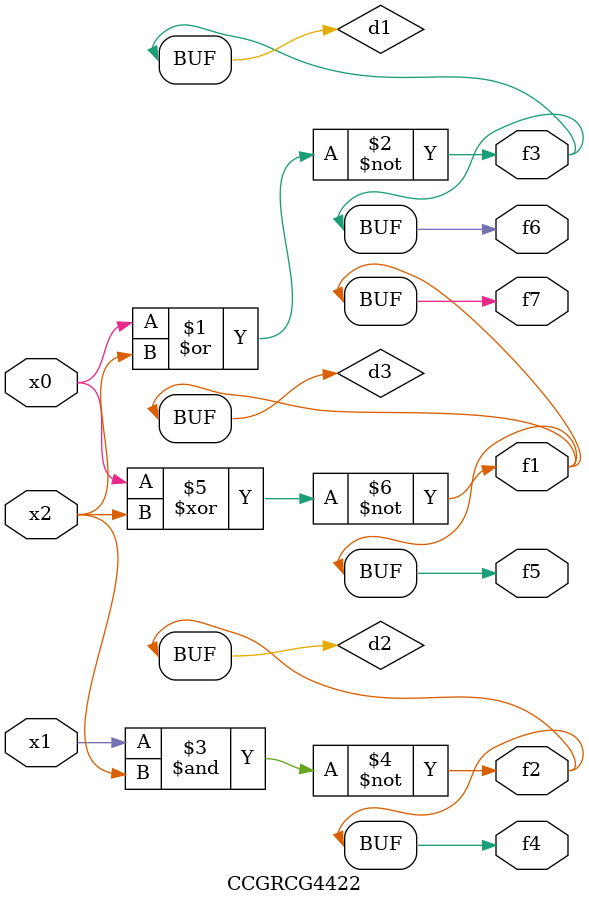
<source format=v>
module CCGRCG4422(
	input x0, x1, x2,
	output f1, f2, f3, f4, f5, f6, f7
);

	wire d1, d2, d3;

	nor (d1, x0, x2);
	nand (d2, x1, x2);
	xnor (d3, x0, x2);
	assign f1 = d3;
	assign f2 = d2;
	assign f3 = d1;
	assign f4 = d2;
	assign f5 = d3;
	assign f6 = d1;
	assign f7 = d3;
endmodule

</source>
